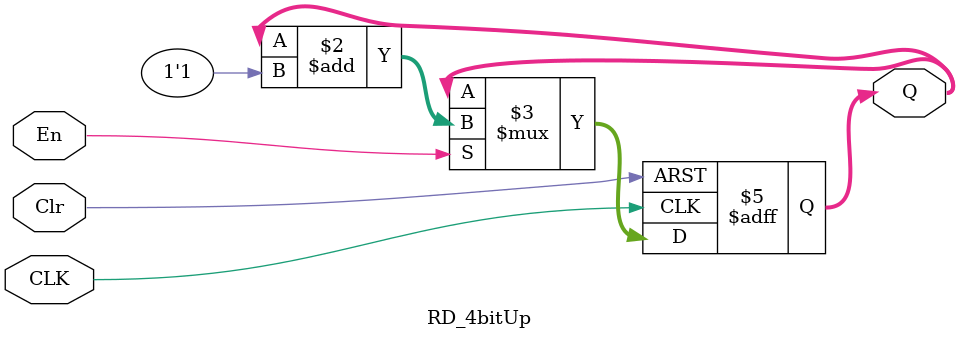
<source format=v>
`timescale 1 ns / 1 ps


module RD_4bitUp (Clr,En, CLK, Q);
input Clr;	
input En;
input CLK;

output [3:0]  Q;
reg [3:0] Q;   


always @(posedge CLK or posedge Clr)
	
	begin
	if (Clr)
		Q <= 4'b0;
		
	else if (En)
		Q <= Q + 1'b1;
		
			 
	end

	
endmodule

</source>
